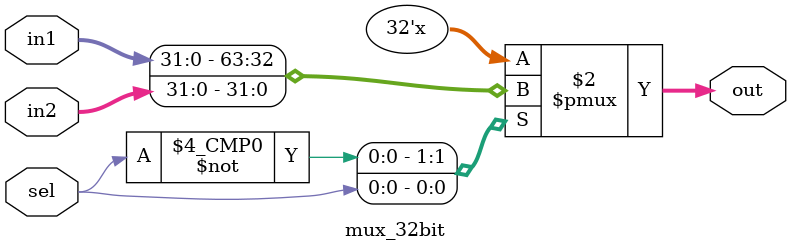
<source format=v>
module mux_32bit(input [31:0] in1,
				input [31:0] in2,
				input sel,
				output reg [31:0] out);
					  
	always @ (*) begin
	
		case(sel)	
			1'b0 : out = in1;
			1'b1 : out = in2;		
		endcase
		
	end
					  
endmodule
</source>
